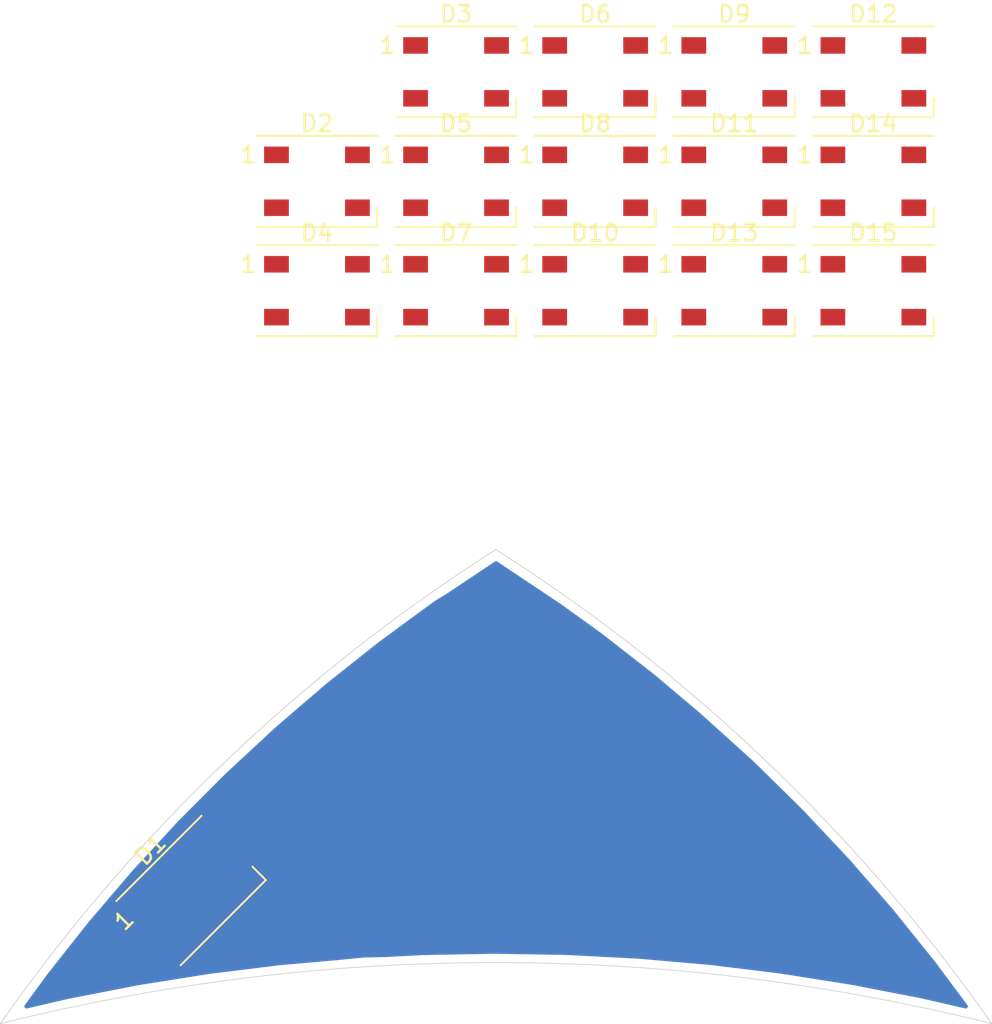
<source format=kicad_pcb>
(kicad_pcb (version 20171130) (host pcbnew 5.1.0)

  (general
    (thickness 1.6)
    (drawings 3)
    (tracks 0)
    (zones 0)
    (modules 15)
    (nets 61)
  )

  (page A4)
  (layers
    (0 F.Cu signal)
    (31 B.Cu signal)
    (32 B.Adhes user)
    (33 F.Adhes user)
    (34 B.Paste user)
    (35 F.Paste user)
    (36 B.SilkS user)
    (37 F.SilkS user)
    (38 B.Mask user)
    (39 F.Mask user)
    (40 Dwgs.User user)
    (41 Cmts.User user)
    (42 Eco1.User user)
    (43 Eco2.User user)
    (44 Edge.Cuts user)
    (45 Margin user)
    (46 B.CrtYd user)
    (47 F.CrtYd user)
    (48 B.Fab user)
    (49 F.Fab user)
  )

  (setup
    (last_trace_width 0.25)
    (trace_clearance 0.2)
    (zone_clearance 0.508)
    (zone_45_only no)
    (trace_min 0.2)
    (via_size 0.8)
    (via_drill 0.4)
    (via_min_size 0.4)
    (via_min_drill 0.3)
    (uvia_size 0.3)
    (uvia_drill 0.1)
    (uvias_allowed no)
    (uvia_min_size 0.2)
    (uvia_min_drill 0.1)
    (edge_width 0.05)
    (segment_width 0.2)
    (pcb_text_width 0.3)
    (pcb_text_size 1.5 1.5)
    (mod_edge_width 0.12)
    (mod_text_size 1 1)
    (mod_text_width 0.15)
    (pad_size 1.524 1.524)
    (pad_drill 0.762)
    (pad_to_mask_clearance 0.051)
    (solder_mask_min_width 0.25)
    (aux_axis_origin 0 0)
    (visible_elements FFFFFF7F)
    (pcbplotparams
      (layerselection 0x010fc_ffffffff)
      (usegerberextensions false)
      (usegerberattributes false)
      (usegerberadvancedattributes false)
      (creategerberjobfile false)
      (excludeedgelayer true)
      (linewidth 0.100000)
      (plotframeref false)
      (viasonmask false)
      (mode 1)
      (useauxorigin false)
      (hpglpennumber 1)
      (hpglpenspeed 20)
      (hpglpendiameter 15.000000)
      (psnegative false)
      (psa4output false)
      (plotreference true)
      (plotvalue true)
      (plotinvisibletext false)
      (padsonsilk false)
      (subtractmaskfromsilk false)
      (outputformat 1)
      (mirror false)
      (drillshape 1)
      (scaleselection 1)
      (outputdirectory ""))
  )

  (net 0 "")
  (net 1 "Net-(D1-Pad1)")
  (net 2 "Net-(D1-Pad2)")
  (net 3 "Net-(D1-Pad4)")
  (net 4 "Net-(D1-Pad3)")
  (net 5 "Net-(D2-Pad1)")
  (net 6 "Net-(D2-Pad2)")
  (net 7 "Net-(D2-Pad4)")
  (net 8 "Net-(D2-Pad3)")
  (net 9 "Net-(D3-Pad1)")
  (net 10 "Net-(D3-Pad2)")
  (net 11 "Net-(D3-Pad4)")
  (net 12 "Net-(D3-Pad3)")
  (net 13 "Net-(D4-Pad1)")
  (net 14 "Net-(D4-Pad2)")
  (net 15 "Net-(D4-Pad4)")
  (net 16 "Net-(D4-Pad3)")
  (net 17 "Net-(D5-Pad1)")
  (net 18 "Net-(D5-Pad2)")
  (net 19 "Net-(D5-Pad4)")
  (net 20 "Net-(D5-Pad3)")
  (net 21 "Net-(D6-Pad1)")
  (net 22 "Net-(D6-Pad2)")
  (net 23 "Net-(D6-Pad4)")
  (net 24 "Net-(D6-Pad3)")
  (net 25 "Net-(D7-Pad1)")
  (net 26 "Net-(D7-Pad2)")
  (net 27 "Net-(D7-Pad4)")
  (net 28 "Net-(D7-Pad3)")
  (net 29 "Net-(D8-Pad1)")
  (net 30 "Net-(D8-Pad2)")
  (net 31 "Net-(D8-Pad4)")
  (net 32 "Net-(D8-Pad3)")
  (net 33 "Net-(D9-Pad1)")
  (net 34 "Net-(D9-Pad2)")
  (net 35 "Net-(D9-Pad4)")
  (net 36 "Net-(D9-Pad3)")
  (net 37 "Net-(D10-Pad1)")
  (net 38 "Net-(D10-Pad2)")
  (net 39 "Net-(D10-Pad4)")
  (net 40 "Net-(D10-Pad3)")
  (net 41 "Net-(D11-Pad1)")
  (net 42 "Net-(D11-Pad2)")
  (net 43 "Net-(D11-Pad4)")
  (net 44 "Net-(D11-Pad3)")
  (net 45 "Net-(D12-Pad1)")
  (net 46 "Net-(D12-Pad2)")
  (net 47 "Net-(D12-Pad4)")
  (net 48 "Net-(D12-Pad3)")
  (net 49 "Net-(D13-Pad1)")
  (net 50 "Net-(D13-Pad2)")
  (net 51 "Net-(D13-Pad4)")
  (net 52 "Net-(D13-Pad3)")
  (net 53 "Net-(D14-Pad1)")
  (net 54 "Net-(D14-Pad2)")
  (net 55 "Net-(D14-Pad4)")
  (net 56 "Net-(D14-Pad3)")
  (net 57 "Net-(D15-Pad1)")
  (net 58 "Net-(D15-Pad2)")
  (net 59 "Net-(D15-Pad4)")
  (net 60 "Net-(D15-Pad3)")

  (net_class Default "Dies ist die voreingestellte Netzklasse."
    (clearance 0.2)
    (trace_width 0.25)
    (via_dia 0.8)
    (via_drill 0.4)
    (uvia_dia 0.3)
    (uvia_drill 0.1)
    (add_net "Net-(D1-Pad1)")
    (add_net "Net-(D1-Pad2)")
    (add_net "Net-(D1-Pad3)")
    (add_net "Net-(D1-Pad4)")
    (add_net "Net-(D10-Pad1)")
    (add_net "Net-(D10-Pad2)")
    (add_net "Net-(D10-Pad3)")
    (add_net "Net-(D10-Pad4)")
    (add_net "Net-(D11-Pad1)")
    (add_net "Net-(D11-Pad2)")
    (add_net "Net-(D11-Pad3)")
    (add_net "Net-(D11-Pad4)")
    (add_net "Net-(D12-Pad1)")
    (add_net "Net-(D12-Pad2)")
    (add_net "Net-(D12-Pad3)")
    (add_net "Net-(D12-Pad4)")
    (add_net "Net-(D13-Pad1)")
    (add_net "Net-(D13-Pad2)")
    (add_net "Net-(D13-Pad3)")
    (add_net "Net-(D13-Pad4)")
    (add_net "Net-(D14-Pad1)")
    (add_net "Net-(D14-Pad2)")
    (add_net "Net-(D14-Pad3)")
    (add_net "Net-(D14-Pad4)")
    (add_net "Net-(D15-Pad1)")
    (add_net "Net-(D15-Pad2)")
    (add_net "Net-(D15-Pad3)")
    (add_net "Net-(D15-Pad4)")
    (add_net "Net-(D2-Pad1)")
    (add_net "Net-(D2-Pad2)")
    (add_net "Net-(D2-Pad3)")
    (add_net "Net-(D2-Pad4)")
    (add_net "Net-(D3-Pad1)")
    (add_net "Net-(D3-Pad2)")
    (add_net "Net-(D3-Pad3)")
    (add_net "Net-(D3-Pad4)")
    (add_net "Net-(D4-Pad1)")
    (add_net "Net-(D4-Pad2)")
    (add_net "Net-(D4-Pad3)")
    (add_net "Net-(D4-Pad4)")
    (add_net "Net-(D5-Pad1)")
    (add_net "Net-(D5-Pad2)")
    (add_net "Net-(D5-Pad3)")
    (add_net "Net-(D5-Pad4)")
    (add_net "Net-(D6-Pad1)")
    (add_net "Net-(D6-Pad2)")
    (add_net "Net-(D6-Pad3)")
    (add_net "Net-(D6-Pad4)")
    (add_net "Net-(D7-Pad1)")
    (add_net "Net-(D7-Pad2)")
    (add_net "Net-(D7-Pad3)")
    (add_net "Net-(D7-Pad4)")
    (add_net "Net-(D8-Pad1)")
    (add_net "Net-(D8-Pad2)")
    (add_net "Net-(D8-Pad3)")
    (add_net "Net-(D8-Pad4)")
    (add_net "Net-(D9-Pad1)")
    (add_net "Net-(D9-Pad2)")
    (add_net "Net-(D9-Pad3)")
    (add_net "Net-(D9-Pad4)")
  )

  (module LED_SMD:LED_WS2812B_PLCC4_5.0x5.0mm_P3.2mm (layer F.Cu) (tedit 5AA4B285) (tstamp 5C98E8D5)
    (at 170.84 71.66)
    (descr https://cdn-shop.adafruit.com/datasheets/WS2812B.pdf)
    (tags "LED RGB NeoPixel")
    (path /5C991A3F)
    (attr smd)
    (fp_text reference D15 (at 0 -3.5) (layer F.SilkS)
      (effects (font (size 1 1) (thickness 0.15)))
    )
    (fp_text value WS2812B (at 0 4) (layer F.Fab)
      (effects (font (size 1 1) (thickness 0.15)))
    )
    (fp_circle (center 0 0) (end 0 -2) (layer F.Fab) (width 0.1))
    (fp_line (start 3.65 2.75) (end 3.65 1.6) (layer F.SilkS) (width 0.12))
    (fp_line (start -3.65 2.75) (end 3.65 2.75) (layer F.SilkS) (width 0.12))
    (fp_line (start -3.65 -2.75) (end 3.65 -2.75) (layer F.SilkS) (width 0.12))
    (fp_line (start 2.5 -2.5) (end -2.5 -2.5) (layer F.Fab) (width 0.1))
    (fp_line (start 2.5 2.5) (end 2.5 -2.5) (layer F.Fab) (width 0.1))
    (fp_line (start -2.5 2.5) (end 2.5 2.5) (layer F.Fab) (width 0.1))
    (fp_line (start -2.5 -2.5) (end -2.5 2.5) (layer F.Fab) (width 0.1))
    (fp_line (start 2.5 1.5) (end 1.5 2.5) (layer F.Fab) (width 0.1))
    (fp_line (start -3.45 -2.75) (end -3.45 2.75) (layer F.CrtYd) (width 0.05))
    (fp_line (start -3.45 2.75) (end 3.45 2.75) (layer F.CrtYd) (width 0.05))
    (fp_line (start 3.45 2.75) (end 3.45 -2.75) (layer F.CrtYd) (width 0.05))
    (fp_line (start 3.45 -2.75) (end -3.45 -2.75) (layer F.CrtYd) (width 0.05))
    (fp_text user %R (at 0 0) (layer F.Fab)
      (effects (font (size 0.8 0.8) (thickness 0.15)))
    )
    (fp_text user 1 (at -4.15 -1.6) (layer F.SilkS)
      (effects (font (size 1 1) (thickness 0.15)))
    )
    (pad 1 smd rect (at -2.45 -1.6) (size 1.5 1) (layers F.Cu F.Paste F.Mask)
      (net 57 "Net-(D15-Pad1)"))
    (pad 2 smd rect (at -2.45 1.6) (size 1.5 1) (layers F.Cu F.Paste F.Mask)
      (net 58 "Net-(D15-Pad2)"))
    (pad 4 smd rect (at 2.45 -1.6) (size 1.5 1) (layers F.Cu F.Paste F.Mask)
      (net 59 "Net-(D15-Pad4)"))
    (pad 3 smd rect (at 2.45 1.6) (size 1.5 1) (layers F.Cu F.Paste F.Mask)
      (net 60 "Net-(D15-Pad3)"))
    (model ${KISYS3DMOD}/LED_SMD.3dshapes/LED_WS2812B_PLCC4_5.0x5.0mm_P3.2mm.wrl
      (at (xyz 0 0 0))
      (scale (xyz 1 1 1))
      (rotate (xyz 0 0 0))
    )
  )

  (module LED_SMD:LED_WS2812B_PLCC4_5.0x5.0mm_P3.2mm (layer F.Cu) (tedit 5AA4B285) (tstamp 5C98E8BE)
    (at 170.84 65.04)
    (descr https://cdn-shop.adafruit.com/datasheets/WS2812B.pdf)
    (tags "LED RGB NeoPixel")
    (path /5C990825)
    (attr smd)
    (fp_text reference D14 (at 0 -3.5) (layer F.SilkS)
      (effects (font (size 1 1) (thickness 0.15)))
    )
    (fp_text value WS2812B (at 0 4) (layer F.Fab)
      (effects (font (size 1 1) (thickness 0.15)))
    )
    (fp_circle (center 0 0) (end 0 -2) (layer F.Fab) (width 0.1))
    (fp_line (start 3.65 2.75) (end 3.65 1.6) (layer F.SilkS) (width 0.12))
    (fp_line (start -3.65 2.75) (end 3.65 2.75) (layer F.SilkS) (width 0.12))
    (fp_line (start -3.65 -2.75) (end 3.65 -2.75) (layer F.SilkS) (width 0.12))
    (fp_line (start 2.5 -2.5) (end -2.5 -2.5) (layer F.Fab) (width 0.1))
    (fp_line (start 2.5 2.5) (end 2.5 -2.5) (layer F.Fab) (width 0.1))
    (fp_line (start -2.5 2.5) (end 2.5 2.5) (layer F.Fab) (width 0.1))
    (fp_line (start -2.5 -2.5) (end -2.5 2.5) (layer F.Fab) (width 0.1))
    (fp_line (start 2.5 1.5) (end 1.5 2.5) (layer F.Fab) (width 0.1))
    (fp_line (start -3.45 -2.75) (end -3.45 2.75) (layer F.CrtYd) (width 0.05))
    (fp_line (start -3.45 2.75) (end 3.45 2.75) (layer F.CrtYd) (width 0.05))
    (fp_line (start 3.45 2.75) (end 3.45 -2.75) (layer F.CrtYd) (width 0.05))
    (fp_line (start 3.45 -2.75) (end -3.45 -2.75) (layer F.CrtYd) (width 0.05))
    (fp_text user %R (at 0 0) (layer F.Fab)
      (effects (font (size 0.8 0.8) (thickness 0.15)))
    )
    (fp_text user 1 (at -4.15 -1.6) (layer F.SilkS)
      (effects (font (size 1 1) (thickness 0.15)))
    )
    (pad 1 smd rect (at -2.45 -1.6) (size 1.5 1) (layers F.Cu F.Paste F.Mask)
      (net 53 "Net-(D14-Pad1)"))
    (pad 2 smd rect (at -2.45 1.6) (size 1.5 1) (layers F.Cu F.Paste F.Mask)
      (net 54 "Net-(D14-Pad2)"))
    (pad 4 smd rect (at 2.45 -1.6) (size 1.5 1) (layers F.Cu F.Paste F.Mask)
      (net 55 "Net-(D14-Pad4)"))
    (pad 3 smd rect (at 2.45 1.6) (size 1.5 1) (layers F.Cu F.Paste F.Mask)
      (net 56 "Net-(D14-Pad3)"))
    (model ${KISYS3DMOD}/LED_SMD.3dshapes/LED_WS2812B_PLCC4_5.0x5.0mm_P3.2mm.wrl
      (at (xyz 0 0 0))
      (scale (xyz 1 1 1))
      (rotate (xyz 0 0 0))
    )
  )

  (module LED_SMD:LED_WS2812B_PLCC4_5.0x5.0mm_P3.2mm (layer F.Cu) (tedit 5AA4B285) (tstamp 5C98E8A7)
    (at 162.42 71.66)
    (descr https://cdn-shop.adafruit.com/datasheets/WS2812B.pdf)
    (tags "LED RGB NeoPixel")
    (path /5C9916F4)
    (attr smd)
    (fp_text reference D13 (at 0 -3.5) (layer F.SilkS)
      (effects (font (size 1 1) (thickness 0.15)))
    )
    (fp_text value WS2812B (at 0 4) (layer F.Fab)
      (effects (font (size 1 1) (thickness 0.15)))
    )
    (fp_circle (center 0 0) (end 0 -2) (layer F.Fab) (width 0.1))
    (fp_line (start 3.65 2.75) (end 3.65 1.6) (layer F.SilkS) (width 0.12))
    (fp_line (start -3.65 2.75) (end 3.65 2.75) (layer F.SilkS) (width 0.12))
    (fp_line (start -3.65 -2.75) (end 3.65 -2.75) (layer F.SilkS) (width 0.12))
    (fp_line (start 2.5 -2.5) (end -2.5 -2.5) (layer F.Fab) (width 0.1))
    (fp_line (start 2.5 2.5) (end 2.5 -2.5) (layer F.Fab) (width 0.1))
    (fp_line (start -2.5 2.5) (end 2.5 2.5) (layer F.Fab) (width 0.1))
    (fp_line (start -2.5 -2.5) (end -2.5 2.5) (layer F.Fab) (width 0.1))
    (fp_line (start 2.5 1.5) (end 1.5 2.5) (layer F.Fab) (width 0.1))
    (fp_line (start -3.45 -2.75) (end -3.45 2.75) (layer F.CrtYd) (width 0.05))
    (fp_line (start -3.45 2.75) (end 3.45 2.75) (layer F.CrtYd) (width 0.05))
    (fp_line (start 3.45 2.75) (end 3.45 -2.75) (layer F.CrtYd) (width 0.05))
    (fp_line (start 3.45 -2.75) (end -3.45 -2.75) (layer F.CrtYd) (width 0.05))
    (fp_text user %R (at 0 0) (layer F.Fab)
      (effects (font (size 0.8 0.8) (thickness 0.15)))
    )
    (fp_text user 1 (at -4.15 -1.6) (layer F.SilkS)
      (effects (font (size 1 1) (thickness 0.15)))
    )
    (pad 1 smd rect (at -2.45 -1.6) (size 1.5 1) (layers F.Cu F.Paste F.Mask)
      (net 49 "Net-(D13-Pad1)"))
    (pad 2 smd rect (at -2.45 1.6) (size 1.5 1) (layers F.Cu F.Paste F.Mask)
      (net 50 "Net-(D13-Pad2)"))
    (pad 4 smd rect (at 2.45 -1.6) (size 1.5 1) (layers F.Cu F.Paste F.Mask)
      (net 51 "Net-(D13-Pad4)"))
    (pad 3 smd rect (at 2.45 1.6) (size 1.5 1) (layers F.Cu F.Paste F.Mask)
      (net 52 "Net-(D13-Pad3)"))
    (model ${KISYS3DMOD}/LED_SMD.3dshapes/LED_WS2812B_PLCC4_5.0x5.0mm_P3.2mm.wrl
      (at (xyz 0 0 0))
      (scale (xyz 1 1 1))
      (rotate (xyz 0 0 0))
    )
  )

  (module LED_SMD:LED_WS2812B_PLCC4_5.0x5.0mm_P3.2mm (layer F.Cu) (tedit 5AA4B285) (tstamp 5C98E890)
    (at 170.84 58.42)
    (descr https://cdn-shop.adafruit.com/datasheets/WS2812B.pdf)
    (tags "LED RGB NeoPixel")
    (path /5C990510)
    (attr smd)
    (fp_text reference D12 (at 0 -3.5) (layer F.SilkS)
      (effects (font (size 1 1) (thickness 0.15)))
    )
    (fp_text value WS2812B (at 0 4) (layer F.Fab)
      (effects (font (size 1 1) (thickness 0.15)))
    )
    (fp_circle (center 0 0) (end 0 -2) (layer F.Fab) (width 0.1))
    (fp_line (start 3.65 2.75) (end 3.65 1.6) (layer F.SilkS) (width 0.12))
    (fp_line (start -3.65 2.75) (end 3.65 2.75) (layer F.SilkS) (width 0.12))
    (fp_line (start -3.65 -2.75) (end 3.65 -2.75) (layer F.SilkS) (width 0.12))
    (fp_line (start 2.5 -2.5) (end -2.5 -2.5) (layer F.Fab) (width 0.1))
    (fp_line (start 2.5 2.5) (end 2.5 -2.5) (layer F.Fab) (width 0.1))
    (fp_line (start -2.5 2.5) (end 2.5 2.5) (layer F.Fab) (width 0.1))
    (fp_line (start -2.5 -2.5) (end -2.5 2.5) (layer F.Fab) (width 0.1))
    (fp_line (start 2.5 1.5) (end 1.5 2.5) (layer F.Fab) (width 0.1))
    (fp_line (start -3.45 -2.75) (end -3.45 2.75) (layer F.CrtYd) (width 0.05))
    (fp_line (start -3.45 2.75) (end 3.45 2.75) (layer F.CrtYd) (width 0.05))
    (fp_line (start 3.45 2.75) (end 3.45 -2.75) (layer F.CrtYd) (width 0.05))
    (fp_line (start 3.45 -2.75) (end -3.45 -2.75) (layer F.CrtYd) (width 0.05))
    (fp_text user %R (at 0 0) (layer F.Fab)
      (effects (font (size 0.8 0.8) (thickness 0.15)))
    )
    (fp_text user 1 (at -4.15 -1.6) (layer F.SilkS)
      (effects (font (size 1 1) (thickness 0.15)))
    )
    (pad 1 smd rect (at -2.45 -1.6) (size 1.5 1) (layers F.Cu F.Paste F.Mask)
      (net 45 "Net-(D12-Pad1)"))
    (pad 2 smd rect (at -2.45 1.6) (size 1.5 1) (layers F.Cu F.Paste F.Mask)
      (net 46 "Net-(D12-Pad2)"))
    (pad 4 smd rect (at 2.45 -1.6) (size 1.5 1) (layers F.Cu F.Paste F.Mask)
      (net 47 "Net-(D12-Pad4)"))
    (pad 3 smd rect (at 2.45 1.6) (size 1.5 1) (layers F.Cu F.Paste F.Mask)
      (net 48 "Net-(D12-Pad3)"))
    (model ${KISYS3DMOD}/LED_SMD.3dshapes/LED_WS2812B_PLCC4_5.0x5.0mm_P3.2mm.wrl
      (at (xyz 0 0 0))
      (scale (xyz 1 1 1))
      (rotate (xyz 0 0 0))
    )
  )

  (module LED_SMD:LED_WS2812B_PLCC4_5.0x5.0mm_P3.2mm (layer F.Cu) (tedit 5AA4B285) (tstamp 5C98E879)
    (at 162.42 65.04)
    (descr https://cdn-shop.adafruit.com/datasheets/WS2812B.pdf)
    (tags "LED RGB NeoPixel")
    (path /5C99169A)
    (attr smd)
    (fp_text reference D11 (at 0 -3.5) (layer F.SilkS)
      (effects (font (size 1 1) (thickness 0.15)))
    )
    (fp_text value WS2812B (at 0 4) (layer F.Fab)
      (effects (font (size 1 1) (thickness 0.15)))
    )
    (fp_circle (center 0 0) (end 0 -2) (layer F.Fab) (width 0.1))
    (fp_line (start 3.65 2.75) (end 3.65 1.6) (layer F.SilkS) (width 0.12))
    (fp_line (start -3.65 2.75) (end 3.65 2.75) (layer F.SilkS) (width 0.12))
    (fp_line (start -3.65 -2.75) (end 3.65 -2.75) (layer F.SilkS) (width 0.12))
    (fp_line (start 2.5 -2.5) (end -2.5 -2.5) (layer F.Fab) (width 0.1))
    (fp_line (start 2.5 2.5) (end 2.5 -2.5) (layer F.Fab) (width 0.1))
    (fp_line (start -2.5 2.5) (end 2.5 2.5) (layer F.Fab) (width 0.1))
    (fp_line (start -2.5 -2.5) (end -2.5 2.5) (layer F.Fab) (width 0.1))
    (fp_line (start 2.5 1.5) (end 1.5 2.5) (layer F.Fab) (width 0.1))
    (fp_line (start -3.45 -2.75) (end -3.45 2.75) (layer F.CrtYd) (width 0.05))
    (fp_line (start -3.45 2.75) (end 3.45 2.75) (layer F.CrtYd) (width 0.05))
    (fp_line (start 3.45 2.75) (end 3.45 -2.75) (layer F.CrtYd) (width 0.05))
    (fp_line (start 3.45 -2.75) (end -3.45 -2.75) (layer F.CrtYd) (width 0.05))
    (fp_text user %R (at 0 0) (layer F.Fab)
      (effects (font (size 0.8 0.8) (thickness 0.15)))
    )
    (fp_text user 1 (at -4.15 -1.6) (layer F.SilkS)
      (effects (font (size 1 1) (thickness 0.15)))
    )
    (pad 1 smd rect (at -2.45 -1.6) (size 1.5 1) (layers F.Cu F.Paste F.Mask)
      (net 41 "Net-(D11-Pad1)"))
    (pad 2 smd rect (at -2.45 1.6) (size 1.5 1) (layers F.Cu F.Paste F.Mask)
      (net 42 "Net-(D11-Pad2)"))
    (pad 4 smd rect (at 2.45 -1.6) (size 1.5 1) (layers F.Cu F.Paste F.Mask)
      (net 43 "Net-(D11-Pad4)"))
    (pad 3 smd rect (at 2.45 1.6) (size 1.5 1) (layers F.Cu F.Paste F.Mask)
      (net 44 "Net-(D11-Pad3)"))
    (model ${KISYS3DMOD}/LED_SMD.3dshapes/LED_WS2812B_PLCC4_5.0x5.0mm_P3.2mm.wrl
      (at (xyz 0 0 0))
      (scale (xyz 1 1 1))
      (rotate (xyz 0 0 0))
    )
  )

  (module LED_SMD:LED_WS2812B_PLCC4_5.0x5.0mm_P3.2mm (layer F.Cu) (tedit 5AA4B285) (tstamp 5C98E862)
    (at 154 71.66)
    (descr https://cdn-shop.adafruit.com/datasheets/WS2812B.pdf)
    (tags "LED RGB NeoPixel")
    (path /5C9903B8)
    (attr smd)
    (fp_text reference D10 (at 0 -3.5) (layer F.SilkS)
      (effects (font (size 1 1) (thickness 0.15)))
    )
    (fp_text value WS2812B (at 0 4) (layer F.Fab)
      (effects (font (size 1 1) (thickness 0.15)))
    )
    (fp_circle (center 0 0) (end 0 -2) (layer F.Fab) (width 0.1))
    (fp_line (start 3.65 2.75) (end 3.65 1.6) (layer F.SilkS) (width 0.12))
    (fp_line (start -3.65 2.75) (end 3.65 2.75) (layer F.SilkS) (width 0.12))
    (fp_line (start -3.65 -2.75) (end 3.65 -2.75) (layer F.SilkS) (width 0.12))
    (fp_line (start 2.5 -2.5) (end -2.5 -2.5) (layer F.Fab) (width 0.1))
    (fp_line (start 2.5 2.5) (end 2.5 -2.5) (layer F.Fab) (width 0.1))
    (fp_line (start -2.5 2.5) (end 2.5 2.5) (layer F.Fab) (width 0.1))
    (fp_line (start -2.5 -2.5) (end -2.5 2.5) (layer F.Fab) (width 0.1))
    (fp_line (start 2.5 1.5) (end 1.5 2.5) (layer F.Fab) (width 0.1))
    (fp_line (start -3.45 -2.75) (end -3.45 2.75) (layer F.CrtYd) (width 0.05))
    (fp_line (start -3.45 2.75) (end 3.45 2.75) (layer F.CrtYd) (width 0.05))
    (fp_line (start 3.45 2.75) (end 3.45 -2.75) (layer F.CrtYd) (width 0.05))
    (fp_line (start 3.45 -2.75) (end -3.45 -2.75) (layer F.CrtYd) (width 0.05))
    (fp_text user %R (at 0 0) (layer F.Fab)
      (effects (font (size 0.8 0.8) (thickness 0.15)))
    )
    (fp_text user 1 (at -4.15 -1.6) (layer F.SilkS)
      (effects (font (size 1 1) (thickness 0.15)))
    )
    (pad 1 smd rect (at -2.45 -1.6) (size 1.5 1) (layers F.Cu F.Paste F.Mask)
      (net 37 "Net-(D10-Pad1)"))
    (pad 2 smd rect (at -2.45 1.6) (size 1.5 1) (layers F.Cu F.Paste F.Mask)
      (net 38 "Net-(D10-Pad2)"))
    (pad 4 smd rect (at 2.45 -1.6) (size 1.5 1) (layers F.Cu F.Paste F.Mask)
      (net 39 "Net-(D10-Pad4)"))
    (pad 3 smd rect (at 2.45 1.6) (size 1.5 1) (layers F.Cu F.Paste F.Mask)
      (net 40 "Net-(D10-Pad3)"))
    (model ${KISYS3DMOD}/LED_SMD.3dshapes/LED_WS2812B_PLCC4_5.0x5.0mm_P3.2mm.wrl
      (at (xyz 0 0 0))
      (scale (xyz 1 1 1))
      (rotate (xyz 0 0 0))
    )
  )

  (module LED_SMD:LED_WS2812B_PLCC4_5.0x5.0mm_P3.2mm (layer F.Cu) (tedit 5AA4B285) (tstamp 5C98E84B)
    (at 162.42 58.42)
    (descr https://cdn-shop.adafruit.com/datasheets/WS2812B.pdf)
    (tags "LED RGB NeoPixel")
    (path /5C99157D)
    (attr smd)
    (fp_text reference D9 (at 0 -3.5) (layer F.SilkS)
      (effects (font (size 1 1) (thickness 0.15)))
    )
    (fp_text value WS2812B (at 0 4) (layer F.Fab)
      (effects (font (size 1 1) (thickness 0.15)))
    )
    (fp_circle (center 0 0) (end 0 -2) (layer F.Fab) (width 0.1))
    (fp_line (start 3.65 2.75) (end 3.65 1.6) (layer F.SilkS) (width 0.12))
    (fp_line (start -3.65 2.75) (end 3.65 2.75) (layer F.SilkS) (width 0.12))
    (fp_line (start -3.65 -2.75) (end 3.65 -2.75) (layer F.SilkS) (width 0.12))
    (fp_line (start 2.5 -2.5) (end -2.5 -2.5) (layer F.Fab) (width 0.1))
    (fp_line (start 2.5 2.5) (end 2.5 -2.5) (layer F.Fab) (width 0.1))
    (fp_line (start -2.5 2.5) (end 2.5 2.5) (layer F.Fab) (width 0.1))
    (fp_line (start -2.5 -2.5) (end -2.5 2.5) (layer F.Fab) (width 0.1))
    (fp_line (start 2.5 1.5) (end 1.5 2.5) (layer F.Fab) (width 0.1))
    (fp_line (start -3.45 -2.75) (end -3.45 2.75) (layer F.CrtYd) (width 0.05))
    (fp_line (start -3.45 2.75) (end 3.45 2.75) (layer F.CrtYd) (width 0.05))
    (fp_line (start 3.45 2.75) (end 3.45 -2.75) (layer F.CrtYd) (width 0.05))
    (fp_line (start 3.45 -2.75) (end -3.45 -2.75) (layer F.CrtYd) (width 0.05))
    (fp_text user %R (at 0 0) (layer F.Fab)
      (effects (font (size 0.8 0.8) (thickness 0.15)))
    )
    (fp_text user 1 (at -4.15 -1.6) (layer F.SilkS)
      (effects (font (size 1 1) (thickness 0.15)))
    )
    (pad 1 smd rect (at -2.45 -1.6) (size 1.5 1) (layers F.Cu F.Paste F.Mask)
      (net 33 "Net-(D9-Pad1)"))
    (pad 2 smd rect (at -2.45 1.6) (size 1.5 1) (layers F.Cu F.Paste F.Mask)
      (net 34 "Net-(D9-Pad2)"))
    (pad 4 smd rect (at 2.45 -1.6) (size 1.5 1) (layers F.Cu F.Paste F.Mask)
      (net 35 "Net-(D9-Pad4)"))
    (pad 3 smd rect (at 2.45 1.6) (size 1.5 1) (layers F.Cu F.Paste F.Mask)
      (net 36 "Net-(D9-Pad3)"))
    (model ${KISYS3DMOD}/LED_SMD.3dshapes/LED_WS2812B_PLCC4_5.0x5.0mm_P3.2mm.wrl
      (at (xyz 0 0 0))
      (scale (xyz 1 1 1))
      (rotate (xyz 0 0 0))
    )
  )

  (module LED_SMD:LED_WS2812B_PLCC4_5.0x5.0mm_P3.2mm (layer F.Cu) (tedit 5AA4B285) (tstamp 5C98E834)
    (at 154 65.04)
    (descr https://cdn-shop.adafruit.com/datasheets/WS2812B.pdf)
    (tags "LED RGB NeoPixel")
    (path /5C99139C)
    (attr smd)
    (fp_text reference D8 (at 0 -3.5) (layer F.SilkS)
      (effects (font (size 1 1) (thickness 0.15)))
    )
    (fp_text value WS2812B (at 0 4) (layer F.Fab)
      (effects (font (size 1 1) (thickness 0.15)))
    )
    (fp_circle (center 0 0) (end 0 -2) (layer F.Fab) (width 0.1))
    (fp_line (start 3.65 2.75) (end 3.65 1.6) (layer F.SilkS) (width 0.12))
    (fp_line (start -3.65 2.75) (end 3.65 2.75) (layer F.SilkS) (width 0.12))
    (fp_line (start -3.65 -2.75) (end 3.65 -2.75) (layer F.SilkS) (width 0.12))
    (fp_line (start 2.5 -2.5) (end -2.5 -2.5) (layer F.Fab) (width 0.1))
    (fp_line (start 2.5 2.5) (end 2.5 -2.5) (layer F.Fab) (width 0.1))
    (fp_line (start -2.5 2.5) (end 2.5 2.5) (layer F.Fab) (width 0.1))
    (fp_line (start -2.5 -2.5) (end -2.5 2.5) (layer F.Fab) (width 0.1))
    (fp_line (start 2.5 1.5) (end 1.5 2.5) (layer F.Fab) (width 0.1))
    (fp_line (start -3.45 -2.75) (end -3.45 2.75) (layer F.CrtYd) (width 0.05))
    (fp_line (start -3.45 2.75) (end 3.45 2.75) (layer F.CrtYd) (width 0.05))
    (fp_line (start 3.45 2.75) (end 3.45 -2.75) (layer F.CrtYd) (width 0.05))
    (fp_line (start 3.45 -2.75) (end -3.45 -2.75) (layer F.CrtYd) (width 0.05))
    (fp_text user %R (at 0 0) (layer F.Fab)
      (effects (font (size 0.8 0.8) (thickness 0.15)))
    )
    (fp_text user 1 (at -4.15 -1.6) (layer F.SilkS)
      (effects (font (size 1 1) (thickness 0.15)))
    )
    (pad 1 smd rect (at -2.45 -1.6) (size 1.5 1) (layers F.Cu F.Paste F.Mask)
      (net 29 "Net-(D8-Pad1)"))
    (pad 2 smd rect (at -2.45 1.6) (size 1.5 1) (layers F.Cu F.Paste F.Mask)
      (net 30 "Net-(D8-Pad2)"))
    (pad 4 smd rect (at 2.45 -1.6) (size 1.5 1) (layers F.Cu F.Paste F.Mask)
      (net 31 "Net-(D8-Pad4)"))
    (pad 3 smd rect (at 2.45 1.6) (size 1.5 1) (layers F.Cu F.Paste F.Mask)
      (net 32 "Net-(D8-Pad3)"))
    (model ${KISYS3DMOD}/LED_SMD.3dshapes/LED_WS2812B_PLCC4_5.0x5.0mm_P3.2mm.wrl
      (at (xyz 0 0 0))
      (scale (xyz 1 1 1))
      (rotate (xyz 0 0 0))
    )
  )

  (module LED_SMD:LED_WS2812B_PLCC4_5.0x5.0mm_P3.2mm (layer F.Cu) (tedit 5AA4B285) (tstamp 5C98E81D)
    (at 145.58 71.66)
    (descr https://cdn-shop.adafruit.com/datasheets/WS2812B.pdf)
    (tags "LED RGB NeoPixel")
    (path /5C990145)
    (attr smd)
    (fp_text reference D7 (at 0 -3.5) (layer F.SilkS)
      (effects (font (size 1 1) (thickness 0.15)))
    )
    (fp_text value WS2812B (at 0 4) (layer F.Fab)
      (effects (font (size 1 1) (thickness 0.15)))
    )
    (fp_circle (center 0 0) (end 0 -2) (layer F.Fab) (width 0.1))
    (fp_line (start 3.65 2.75) (end 3.65 1.6) (layer F.SilkS) (width 0.12))
    (fp_line (start -3.65 2.75) (end 3.65 2.75) (layer F.SilkS) (width 0.12))
    (fp_line (start -3.65 -2.75) (end 3.65 -2.75) (layer F.SilkS) (width 0.12))
    (fp_line (start 2.5 -2.5) (end -2.5 -2.5) (layer F.Fab) (width 0.1))
    (fp_line (start 2.5 2.5) (end 2.5 -2.5) (layer F.Fab) (width 0.1))
    (fp_line (start -2.5 2.5) (end 2.5 2.5) (layer F.Fab) (width 0.1))
    (fp_line (start -2.5 -2.5) (end -2.5 2.5) (layer F.Fab) (width 0.1))
    (fp_line (start 2.5 1.5) (end 1.5 2.5) (layer F.Fab) (width 0.1))
    (fp_line (start -3.45 -2.75) (end -3.45 2.75) (layer F.CrtYd) (width 0.05))
    (fp_line (start -3.45 2.75) (end 3.45 2.75) (layer F.CrtYd) (width 0.05))
    (fp_line (start 3.45 2.75) (end 3.45 -2.75) (layer F.CrtYd) (width 0.05))
    (fp_line (start 3.45 -2.75) (end -3.45 -2.75) (layer F.CrtYd) (width 0.05))
    (fp_text user %R (at 0 0) (layer F.Fab)
      (effects (font (size 0.8 0.8) (thickness 0.15)))
    )
    (fp_text user 1 (at -4.15 -1.6) (layer F.SilkS)
      (effects (font (size 1 1) (thickness 0.15)))
    )
    (pad 1 smd rect (at -2.45 -1.6) (size 1.5 1) (layers F.Cu F.Paste F.Mask)
      (net 25 "Net-(D7-Pad1)"))
    (pad 2 smd rect (at -2.45 1.6) (size 1.5 1) (layers F.Cu F.Paste F.Mask)
      (net 26 "Net-(D7-Pad2)"))
    (pad 4 smd rect (at 2.45 -1.6) (size 1.5 1) (layers F.Cu F.Paste F.Mask)
      (net 27 "Net-(D7-Pad4)"))
    (pad 3 smd rect (at 2.45 1.6) (size 1.5 1) (layers F.Cu F.Paste F.Mask)
      (net 28 "Net-(D7-Pad3)"))
    (model ${KISYS3DMOD}/LED_SMD.3dshapes/LED_WS2812B_PLCC4_5.0x5.0mm_P3.2mm.wrl
      (at (xyz 0 0 0))
      (scale (xyz 1 1 1))
      (rotate (xyz 0 0 0))
    )
  )

  (module LED_SMD:LED_WS2812B_PLCC4_5.0x5.0mm_P3.2mm (layer F.Cu) (tedit 5AA4B285) (tstamp 5C98E806)
    (at 154 58.42)
    (descr https://cdn-shop.adafruit.com/datasheets/WS2812B.pdf)
    (tags "LED RGB NeoPixel")
    (path /5C991012)
    (attr smd)
    (fp_text reference D6 (at 0 -3.5) (layer F.SilkS)
      (effects (font (size 1 1) (thickness 0.15)))
    )
    (fp_text value WS2812B (at 0 4) (layer F.Fab)
      (effects (font (size 1 1) (thickness 0.15)))
    )
    (fp_circle (center 0 0) (end 0 -2) (layer F.Fab) (width 0.1))
    (fp_line (start 3.65 2.75) (end 3.65 1.6) (layer F.SilkS) (width 0.12))
    (fp_line (start -3.65 2.75) (end 3.65 2.75) (layer F.SilkS) (width 0.12))
    (fp_line (start -3.65 -2.75) (end 3.65 -2.75) (layer F.SilkS) (width 0.12))
    (fp_line (start 2.5 -2.5) (end -2.5 -2.5) (layer F.Fab) (width 0.1))
    (fp_line (start 2.5 2.5) (end 2.5 -2.5) (layer F.Fab) (width 0.1))
    (fp_line (start -2.5 2.5) (end 2.5 2.5) (layer F.Fab) (width 0.1))
    (fp_line (start -2.5 -2.5) (end -2.5 2.5) (layer F.Fab) (width 0.1))
    (fp_line (start 2.5 1.5) (end 1.5 2.5) (layer F.Fab) (width 0.1))
    (fp_line (start -3.45 -2.75) (end -3.45 2.75) (layer F.CrtYd) (width 0.05))
    (fp_line (start -3.45 2.75) (end 3.45 2.75) (layer F.CrtYd) (width 0.05))
    (fp_line (start 3.45 2.75) (end 3.45 -2.75) (layer F.CrtYd) (width 0.05))
    (fp_line (start 3.45 -2.75) (end -3.45 -2.75) (layer F.CrtYd) (width 0.05))
    (fp_text user %R (at 0 0) (layer F.Fab)
      (effects (font (size 0.8 0.8) (thickness 0.15)))
    )
    (fp_text user 1 (at -4.15 -1.6) (layer F.SilkS)
      (effects (font (size 1 1) (thickness 0.15)))
    )
    (pad 1 smd rect (at -2.45 -1.6) (size 1.5 1) (layers F.Cu F.Paste F.Mask)
      (net 21 "Net-(D6-Pad1)"))
    (pad 2 smd rect (at -2.45 1.6) (size 1.5 1) (layers F.Cu F.Paste F.Mask)
      (net 22 "Net-(D6-Pad2)"))
    (pad 4 smd rect (at 2.45 -1.6) (size 1.5 1) (layers F.Cu F.Paste F.Mask)
      (net 23 "Net-(D6-Pad4)"))
    (pad 3 smd rect (at 2.45 1.6) (size 1.5 1) (layers F.Cu F.Paste F.Mask)
      (net 24 "Net-(D6-Pad3)"))
    (model ${KISYS3DMOD}/LED_SMD.3dshapes/LED_WS2812B_PLCC4_5.0x5.0mm_P3.2mm.wrl
      (at (xyz 0 0 0))
      (scale (xyz 1 1 1))
      (rotate (xyz 0 0 0))
    )
  )

  (module LED_SMD:LED_WS2812B_PLCC4_5.0x5.0mm_P3.2mm (layer F.Cu) (tedit 5AA4B285) (tstamp 5C98E7EF)
    (at 145.58 65.04)
    (descr https://cdn-shop.adafruit.com/datasheets/WS2812B.pdf)
    (tags "LED RGB NeoPixel")
    (path /5C98FD54)
    (attr smd)
    (fp_text reference D5 (at 0 -3.5) (layer F.SilkS)
      (effects (font (size 1 1) (thickness 0.15)))
    )
    (fp_text value WS2812B (at 0 4) (layer F.Fab)
      (effects (font (size 1 1) (thickness 0.15)))
    )
    (fp_circle (center 0 0) (end 0 -2) (layer F.Fab) (width 0.1))
    (fp_line (start 3.65 2.75) (end 3.65 1.6) (layer F.SilkS) (width 0.12))
    (fp_line (start -3.65 2.75) (end 3.65 2.75) (layer F.SilkS) (width 0.12))
    (fp_line (start -3.65 -2.75) (end 3.65 -2.75) (layer F.SilkS) (width 0.12))
    (fp_line (start 2.5 -2.5) (end -2.5 -2.5) (layer F.Fab) (width 0.1))
    (fp_line (start 2.5 2.5) (end 2.5 -2.5) (layer F.Fab) (width 0.1))
    (fp_line (start -2.5 2.5) (end 2.5 2.5) (layer F.Fab) (width 0.1))
    (fp_line (start -2.5 -2.5) (end -2.5 2.5) (layer F.Fab) (width 0.1))
    (fp_line (start 2.5 1.5) (end 1.5 2.5) (layer F.Fab) (width 0.1))
    (fp_line (start -3.45 -2.75) (end -3.45 2.75) (layer F.CrtYd) (width 0.05))
    (fp_line (start -3.45 2.75) (end 3.45 2.75) (layer F.CrtYd) (width 0.05))
    (fp_line (start 3.45 2.75) (end 3.45 -2.75) (layer F.CrtYd) (width 0.05))
    (fp_line (start 3.45 -2.75) (end -3.45 -2.75) (layer F.CrtYd) (width 0.05))
    (fp_text user %R (at 0 0) (layer F.Fab)
      (effects (font (size 0.8 0.8) (thickness 0.15)))
    )
    (fp_text user 1 (at -4.15 -1.6) (layer F.SilkS)
      (effects (font (size 1 1) (thickness 0.15)))
    )
    (pad 1 smd rect (at -2.45 -1.6) (size 1.5 1) (layers F.Cu F.Paste F.Mask)
      (net 17 "Net-(D5-Pad1)"))
    (pad 2 smd rect (at -2.45 1.6) (size 1.5 1) (layers F.Cu F.Paste F.Mask)
      (net 18 "Net-(D5-Pad2)"))
    (pad 4 smd rect (at 2.45 -1.6) (size 1.5 1) (layers F.Cu F.Paste F.Mask)
      (net 19 "Net-(D5-Pad4)"))
    (pad 3 smd rect (at 2.45 1.6) (size 1.5 1) (layers F.Cu F.Paste F.Mask)
      (net 20 "Net-(D5-Pad3)"))
    (model ${KISYS3DMOD}/LED_SMD.3dshapes/LED_WS2812B_PLCC4_5.0x5.0mm_P3.2mm.wrl
      (at (xyz 0 0 0))
      (scale (xyz 1 1 1))
      (rotate (xyz 0 0 0))
    )
  )

  (module LED_SMD:LED_WS2812B_PLCC4_5.0x5.0mm_P3.2mm (layer F.Cu) (tedit 5AA4B285) (tstamp 5C98E7D8)
    (at 137.16 71.66)
    (descr https://cdn-shop.adafruit.com/datasheets/WS2812B.pdf)
    (tags "LED RGB NeoPixel")
    (path /5C990E84)
    (attr smd)
    (fp_text reference D4 (at 0 -3.5) (layer F.SilkS)
      (effects (font (size 1 1) (thickness 0.15)))
    )
    (fp_text value WS2812B (at 0 4) (layer F.Fab)
      (effects (font (size 1 1) (thickness 0.15)))
    )
    (fp_circle (center 0 0) (end 0 -2) (layer F.Fab) (width 0.1))
    (fp_line (start 3.65 2.75) (end 3.65 1.6) (layer F.SilkS) (width 0.12))
    (fp_line (start -3.65 2.75) (end 3.65 2.75) (layer F.SilkS) (width 0.12))
    (fp_line (start -3.65 -2.75) (end 3.65 -2.75) (layer F.SilkS) (width 0.12))
    (fp_line (start 2.5 -2.5) (end -2.5 -2.5) (layer F.Fab) (width 0.1))
    (fp_line (start 2.5 2.5) (end 2.5 -2.5) (layer F.Fab) (width 0.1))
    (fp_line (start -2.5 2.5) (end 2.5 2.5) (layer F.Fab) (width 0.1))
    (fp_line (start -2.5 -2.5) (end -2.5 2.5) (layer F.Fab) (width 0.1))
    (fp_line (start 2.5 1.5) (end 1.5 2.5) (layer F.Fab) (width 0.1))
    (fp_line (start -3.45 -2.75) (end -3.45 2.75) (layer F.CrtYd) (width 0.05))
    (fp_line (start -3.45 2.75) (end 3.45 2.75) (layer F.CrtYd) (width 0.05))
    (fp_line (start 3.45 2.75) (end 3.45 -2.75) (layer F.CrtYd) (width 0.05))
    (fp_line (start 3.45 -2.75) (end -3.45 -2.75) (layer F.CrtYd) (width 0.05))
    (fp_text user %R (at 0 0) (layer F.Fab)
      (effects (font (size 0.8 0.8) (thickness 0.15)))
    )
    (fp_text user 1 (at -4.15 -1.6) (layer F.SilkS)
      (effects (font (size 1 1) (thickness 0.15)))
    )
    (pad 1 smd rect (at -2.45 -1.6) (size 1.5 1) (layers F.Cu F.Paste F.Mask)
      (net 13 "Net-(D4-Pad1)"))
    (pad 2 smd rect (at -2.45 1.6) (size 1.5 1) (layers F.Cu F.Paste F.Mask)
      (net 14 "Net-(D4-Pad2)"))
    (pad 4 smd rect (at 2.45 -1.6) (size 1.5 1) (layers F.Cu F.Paste F.Mask)
      (net 15 "Net-(D4-Pad4)"))
    (pad 3 smd rect (at 2.45 1.6) (size 1.5 1) (layers F.Cu F.Paste F.Mask)
      (net 16 "Net-(D4-Pad3)"))
    (model ${KISYS3DMOD}/LED_SMD.3dshapes/LED_WS2812B_PLCC4_5.0x5.0mm_P3.2mm.wrl
      (at (xyz 0 0 0))
      (scale (xyz 1 1 1))
      (rotate (xyz 0 0 0))
    )
  )

  (module LED_SMD:LED_WS2812B_PLCC4_5.0x5.0mm_P3.2mm (layer F.Cu) (tedit 5AA4B285) (tstamp 5C98E7C1)
    (at 145.58 58.42)
    (descr https://cdn-shop.adafruit.com/datasheets/WS2812B.pdf)
    (tags "LED RGB NeoPixel")
    (path /5C98F727)
    (attr smd)
    (fp_text reference D3 (at 0 -3.5) (layer F.SilkS)
      (effects (font (size 1 1) (thickness 0.15)))
    )
    (fp_text value WS2812B (at 0 4) (layer F.Fab)
      (effects (font (size 1 1) (thickness 0.15)))
    )
    (fp_circle (center 0 0) (end 0 -2) (layer F.Fab) (width 0.1))
    (fp_line (start 3.65 2.75) (end 3.65 1.6) (layer F.SilkS) (width 0.12))
    (fp_line (start -3.65 2.75) (end 3.65 2.75) (layer F.SilkS) (width 0.12))
    (fp_line (start -3.65 -2.75) (end 3.65 -2.75) (layer F.SilkS) (width 0.12))
    (fp_line (start 2.5 -2.5) (end -2.5 -2.5) (layer F.Fab) (width 0.1))
    (fp_line (start 2.5 2.5) (end 2.5 -2.5) (layer F.Fab) (width 0.1))
    (fp_line (start -2.5 2.5) (end 2.5 2.5) (layer F.Fab) (width 0.1))
    (fp_line (start -2.5 -2.5) (end -2.5 2.5) (layer F.Fab) (width 0.1))
    (fp_line (start 2.5 1.5) (end 1.5 2.5) (layer F.Fab) (width 0.1))
    (fp_line (start -3.45 -2.75) (end -3.45 2.75) (layer F.CrtYd) (width 0.05))
    (fp_line (start -3.45 2.75) (end 3.45 2.75) (layer F.CrtYd) (width 0.05))
    (fp_line (start 3.45 2.75) (end 3.45 -2.75) (layer F.CrtYd) (width 0.05))
    (fp_line (start 3.45 -2.75) (end -3.45 -2.75) (layer F.CrtYd) (width 0.05))
    (fp_text user %R (at 0 0) (layer F.Fab)
      (effects (font (size 0.8 0.8) (thickness 0.15)))
    )
    (fp_text user 1 (at -4.15 -1.6) (layer F.SilkS)
      (effects (font (size 1 1) (thickness 0.15)))
    )
    (pad 1 smd rect (at -2.45 -1.6) (size 1.5 1) (layers F.Cu F.Paste F.Mask)
      (net 9 "Net-(D3-Pad1)"))
    (pad 2 smd rect (at -2.45 1.6) (size 1.5 1) (layers F.Cu F.Paste F.Mask)
      (net 10 "Net-(D3-Pad2)"))
    (pad 4 smd rect (at 2.45 -1.6) (size 1.5 1) (layers F.Cu F.Paste F.Mask)
      (net 11 "Net-(D3-Pad4)"))
    (pad 3 smd rect (at 2.45 1.6) (size 1.5 1) (layers F.Cu F.Paste F.Mask)
      (net 12 "Net-(D3-Pad3)"))
    (model ${KISYS3DMOD}/LED_SMD.3dshapes/LED_WS2812B_PLCC4_5.0x5.0mm_P3.2mm.wrl
      (at (xyz 0 0 0))
      (scale (xyz 1 1 1))
      (rotate (xyz 0 0 0))
    )
  )

  (module LED_SMD:LED_WS2812B_PLCC4_5.0x5.0mm_P3.2mm (layer F.Cu) (tedit 5AA4B285) (tstamp 5C98E7AA)
    (at 137.16 65.04)
    (descr https://cdn-shop.adafruit.com/datasheets/WS2812B.pdf)
    (tags "LED RGB NeoPixel")
    (path /5C990BEA)
    (attr smd)
    (fp_text reference D2 (at 0 -3.5) (layer F.SilkS)
      (effects (font (size 1 1) (thickness 0.15)))
    )
    (fp_text value WS2812B (at 0 4) (layer F.Fab)
      (effects (font (size 1 1) (thickness 0.15)))
    )
    (fp_circle (center 0 0) (end 0 -2) (layer F.Fab) (width 0.1))
    (fp_line (start 3.65 2.75) (end 3.65 1.6) (layer F.SilkS) (width 0.12))
    (fp_line (start -3.65 2.75) (end 3.65 2.75) (layer F.SilkS) (width 0.12))
    (fp_line (start -3.65 -2.75) (end 3.65 -2.75) (layer F.SilkS) (width 0.12))
    (fp_line (start 2.5 -2.5) (end -2.5 -2.5) (layer F.Fab) (width 0.1))
    (fp_line (start 2.5 2.5) (end 2.5 -2.5) (layer F.Fab) (width 0.1))
    (fp_line (start -2.5 2.5) (end 2.5 2.5) (layer F.Fab) (width 0.1))
    (fp_line (start -2.5 -2.5) (end -2.5 2.5) (layer F.Fab) (width 0.1))
    (fp_line (start 2.5 1.5) (end 1.5 2.5) (layer F.Fab) (width 0.1))
    (fp_line (start -3.45 -2.75) (end -3.45 2.75) (layer F.CrtYd) (width 0.05))
    (fp_line (start -3.45 2.75) (end 3.45 2.75) (layer F.CrtYd) (width 0.05))
    (fp_line (start 3.45 2.75) (end 3.45 -2.75) (layer F.CrtYd) (width 0.05))
    (fp_line (start 3.45 -2.75) (end -3.45 -2.75) (layer F.CrtYd) (width 0.05))
    (fp_text user %R (at 0 0) (layer F.Fab)
      (effects (font (size 0.8 0.8) (thickness 0.15)))
    )
    (fp_text user 1 (at -4.15 -1.6) (layer F.SilkS)
      (effects (font (size 1 1) (thickness 0.15)))
    )
    (pad 1 smd rect (at -2.45 -1.6) (size 1.5 1) (layers F.Cu F.Paste F.Mask)
      (net 5 "Net-(D2-Pad1)"))
    (pad 2 smd rect (at -2.45 1.6) (size 1.5 1) (layers F.Cu F.Paste F.Mask)
      (net 6 "Net-(D2-Pad2)"))
    (pad 4 smd rect (at 2.45 -1.6) (size 1.5 1) (layers F.Cu F.Paste F.Mask)
      (net 7 "Net-(D2-Pad4)"))
    (pad 3 smd rect (at 2.45 1.6) (size 1.5 1) (layers F.Cu F.Paste F.Mask)
      (net 8 "Net-(D2-Pad3)"))
    (model ${KISYS3DMOD}/LED_SMD.3dshapes/LED_WS2812B_PLCC4_5.0x5.0mm_P3.2mm.wrl
      (at (xyz 0 0 0))
      (scale (xyz 1 1 1))
      (rotate (xyz 0 0 0))
    )
  )

  (module LED_SMD:LED_WS2812B_PLCC4_5.0x5.0mm_P3.2mm (layer F.Cu) (tedit 5AA4B285) (tstamp 5C98E793)
    (at 129.54 107.95 45)
    (descr https://cdn-shop.adafruit.com/datasheets/WS2812B.pdf)
    (tags "LED RGB NeoPixel")
    (path /5C98EF0D)
    (attr smd)
    (fp_text reference D1 (at 0 -3.5 45) (layer F.SilkS)
      (effects (font (size 1 1) (thickness 0.15)))
    )
    (fp_text value WS2812B (at 0 4 45) (layer F.Fab)
      (effects (font (size 1 1) (thickness 0.15)))
    )
    (fp_circle (center 0 0) (end 0 -2) (layer F.Fab) (width 0.1))
    (fp_line (start 3.65 2.75) (end 3.65 1.6) (layer F.SilkS) (width 0.12))
    (fp_line (start -3.65 2.75) (end 3.65 2.75) (layer F.SilkS) (width 0.12))
    (fp_line (start -3.65 -2.75) (end 3.65 -2.75) (layer F.SilkS) (width 0.12))
    (fp_line (start 2.5 -2.5) (end -2.5 -2.5) (layer F.Fab) (width 0.1))
    (fp_line (start 2.5 2.5) (end 2.5 -2.5) (layer F.Fab) (width 0.1))
    (fp_line (start -2.5 2.5) (end 2.5 2.5) (layer F.Fab) (width 0.1))
    (fp_line (start -2.5 -2.5) (end -2.5 2.5) (layer F.Fab) (width 0.1))
    (fp_line (start 2.5 1.5) (end 1.5 2.5) (layer F.Fab) (width 0.1))
    (fp_line (start -3.45 -2.75) (end -3.45 2.75) (layer F.CrtYd) (width 0.05))
    (fp_line (start -3.45 2.75) (end 3.45 2.75) (layer F.CrtYd) (width 0.05))
    (fp_line (start 3.45 2.75) (end 3.45 -2.75) (layer F.CrtYd) (width 0.05))
    (fp_line (start 3.45 -2.75) (end -3.45 -2.75) (layer F.CrtYd) (width 0.05))
    (fp_text user %R (at 0 0 45) (layer F.Fab)
      (effects (font (size 0.8 0.8) (thickness 0.15)))
    )
    (fp_text user 1 (at -4.15 -1.6 45) (layer F.SilkS)
      (effects (font (size 1 1) (thickness 0.15)))
    )
    (pad 1 smd rect (at -2.45 -1.6 45) (size 1.5 1) (layers F.Cu F.Paste F.Mask)
      (net 1 "Net-(D1-Pad1)"))
    (pad 2 smd rect (at -2.45 1.6 45) (size 1.5 1) (layers F.Cu F.Paste F.Mask)
      (net 2 "Net-(D1-Pad2)"))
    (pad 4 smd rect (at 2.45 -1.6 45) (size 1.5 1) (layers F.Cu F.Paste F.Mask)
      (net 3 "Net-(D1-Pad4)"))
    (pad 3 smd rect (at 2.45 1.6 45) (size 1.5 1) (layers F.Cu F.Paste F.Mask)
      (net 4 "Net-(D1-Pad3)"))
    (model ${KISYS3DMOD}/LED_SMD.3dshapes/LED_WS2812B_PLCC4_5.0x5.0mm_P3.2mm.wrl
      (at (xyz 0 0 0))
      (scale (xyz 1 1 1))
      (rotate (xyz 0 0 0))
    )
  )

  (gr_arc (start 205.105766 177.067073) (end 147.987752 87.320593) (angle -22.48960459) (layer Edge.Cuts) (width 0.05) (tstamp 5C98DE1C))
  (gr_arc (start 91 177) (end 178 116) (angle -22.52944362) (layer Edge.Cuts) (width 0.05))
  (gr_arc (start 148 236) (end 178 116) (angle -28.07248694) (layer Edge.Cuts) (width 0.05))

  (zone (net 0) (net_name "") (layer B.Cu) (tstamp 5C98E167) (hatch edge 0.508)
    (connect_pads (clearance 0.508))
    (min_thickness 0.254)
    (fill yes (arc_segments 32) (thermal_gap 0.508) (thermal_bridge_width 0.508))
    (polygon
      (pts
        (xy 148 88) (xy 145 90) (xy 142.5 91.5) (xy 138 95) (xy 134 98.5)
        (xy 131.5 101) (xy 128 104.5) (xy 122.5 110.5) (xy 119 115) (xy 119 115.5)
        (xy 121 115) (xy 128 113.5) (xy 135 112.5) (xy 140 112) (xy 145 111.9)
        (xy 155 112) (xy 165 113) (xy 170.5 114) (xy 175.5 115) (xy 177 115.5)
        (xy 176.5 114.5) (xy 173.5 110.5) (xy 169.5 106) (xy 164 100.5) (xy 159 96)
        (xy 154 92)
      )
    )
    (filled_polygon
      (pts
        (xy 151.845141 90.716062) (xy 154.304169 92.48529) (xy 157.501835 94.977686) (xy 160.229143 97.27709) (xy 162.522691 99.341283)
        (xy 163.598517 100.321389) (xy 166.281938 102.961544) (xy 166.54187 103.221476) (xy 169.267256 106.117064) (xy 171.9306 109.173811)
        (xy 174.474658 112.330566) (xy 176.431143 114.95868) (xy 173.788777 114.350402) (xy 173.76624 114.345626) (xy 173.766185 114.345616)
        (xy 169.527557 113.524493) (xy 169.504867 113.520506) (xy 169.504811 113.520498) (xy 165.24012 112.847803) (xy 165.240111 112.847801)
        (xy 165.217295 112.844609) (xy 160.931666 112.321151) (xy 160.931659 112.32115) (xy 160.908746 112.318756) (xy 156.607451 111.945183)
        (xy 156.584469 111.943591) (xy 152.272757 111.720359) (xy 152.249733 111.719569) (xy 147.932857 111.646949) (xy 147.90982 111.646964)
        (xy 143.593039 111.725045) (xy 143.570016 111.725863) (xy 143.570013 111.725863) (xy 141.278666 111.847401) (xy 139.997461 111.873025)
        (xy 139.987363 111.87363) (xy 138.615192 112.010847) (xy 134.934791 112.335187) (xy 134.911881 112.33761) (xy 134.911874 112.337611)
        (xy 130.626911 112.86649) (xy 130.604099 112.86971) (xy 126.340196 113.547811) (xy 126.317511 113.551826) (xy 122.079871 114.378322)
        (xy 122.058222 114.382938) (xy 122.05734 114.383126) (xy 119.57656 114.957512) (xy 120.936382 113.095203) (xy 123.454167 109.911271)
        (xy 126.092317 106.826344) (xy 128.846946 103.844961) (xy 131.714005 100.97151) (xy 134.68923 98.210261) (xy 137.768285 95.565238)
        (xy 140.946584 93.040383) (xy 144.219486 90.639379) (xy 144.521129 90.435429) (xy 145.065341 90.108902) (xy 145.070447 90.10567)
        (xy 148 88.152635)
      )
    )
  )
)

</source>
